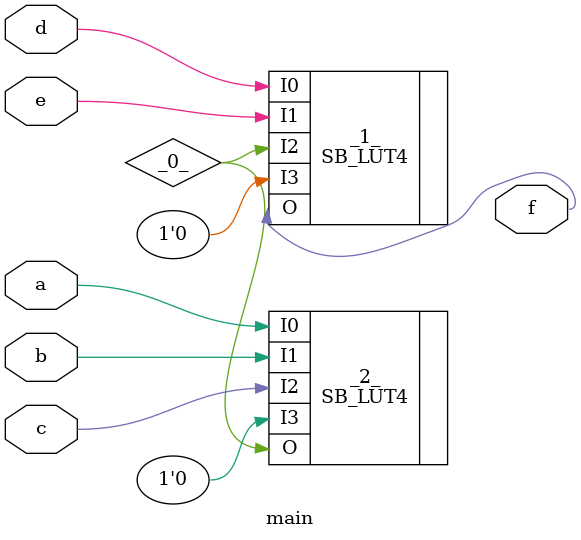
<source format=v>
/* Generated by Yosys 0.9 (git sha1 1979e0b) */

(* top =  1  *)
(* src = "tiny_combinatorial.v:5" *)
module main(a, b, c, d, e, f);
  (* src = "tiny_combinatorial.v:9" *)
  wire _0_;
  (* src = "tiny_combinatorial.v:6" *)
  input a;
  (* src = "tiny_combinatorial.v:6" *)
  input b;
  (* src = "tiny_combinatorial.v:6" *)
  input c;
  (* src = "tiny_combinatorial.v:6" *)
  input d;
  (* src = "tiny_combinatorial.v:6" *)
  input e;
  (* src = "tiny_combinatorial.v:7" *)
  output f;
  (* module_not_derived = 32'd1 *)
  (* src = "/usr/bin/../share/yosys/ice40/cells_map.v:48" *)
  SB_LUT4 #(
    .LUT_INIT(8'h1e)
  ) _1_ (
    .I0(d),
    .I1(e),
    .I2(_0_),
    .I3(1'h0),
    .O(f)
  );
  (* module_not_derived = 32'd1 *)
  (* src = "/usr/bin/../share/yosys/ice40/cells_map.v:48" *)
  SB_LUT4 #(
    .LUT_INIT(8'h80)
  ) _2_ (
    .I0(a),
    .I1(b),
    .I2(c),
    .I3(1'h0),
    .O(_0_)
  );
endmodule

</source>
